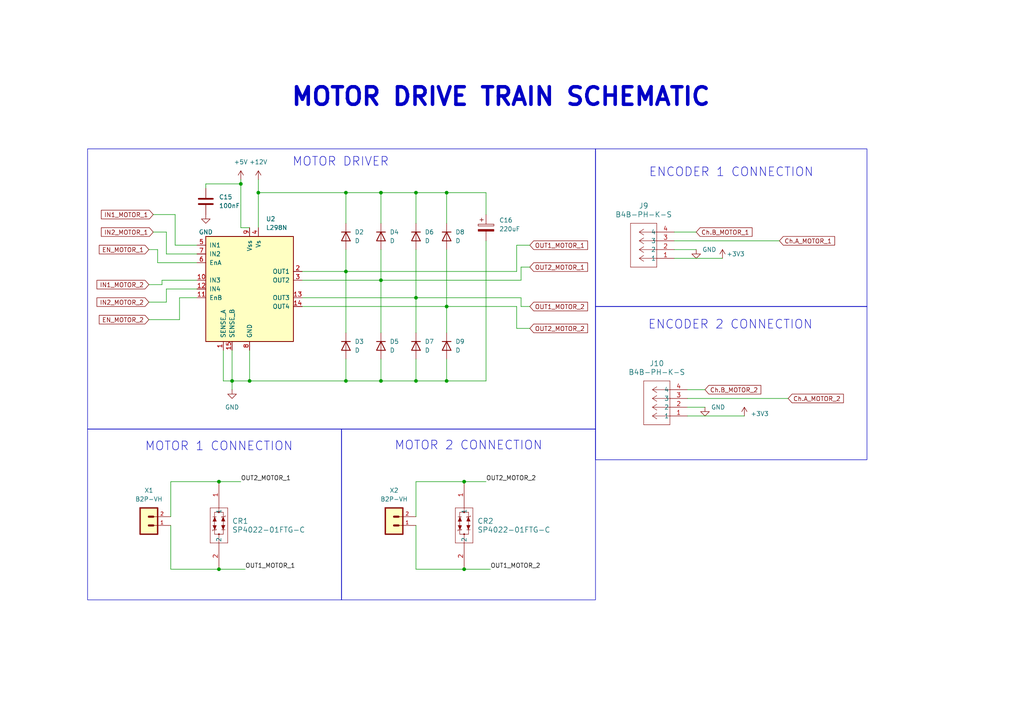
<source format=kicad_sch>
(kicad_sch (version 20231120) (generator "eeschema") (generator_version "8.0")
  (paper "A4")
  (lib_symbols
    (symbol "B2P-VH:B2P-VH" (pin_names (offset 1.016))
      (property "Reference" "X" (at -1.27 3.302 0))
      (property "Value" "B2P-VH" (at -1.27 -7.62 0))
      (symbol "B2P-VH_0_0"
        (rectangle (start -1.27 -5.08) (end 3.81 2.54) (stroke (width 0.4064)) (fill (type background)))
        (polyline (pts (xy 1.27 -2.54) (xy 2.54 -2.54)) (stroke (width 0.6096)))
        (polyline (pts (xy 1.27 0) (xy 2.54 0)) (stroke (width 0.6096)))
        (pin passive line (at 7.62 -2.54 180) (length 5.08) (name "~") (number "1"))
        (pin passive line (at 7.62 0 180) (length 5.08) (name "~") (number "2"))
      )
    )
    (symbol "B4B_PH_K_S:B4B-PH-K-S" (pin_names (offset 0.254))
      (property "Reference" "J" (at 8.89 6.35 0))
      (property "Value" "B4B-PH-K-S" (at 0 0 0))
      (symbol "B4B-PH-K-S_1_1"
        (polyline (pts (xy 5.08 -10.16) (xy 12.7 -10.16)) (stroke (width 0.127)))
        (polyline (pts (xy 5.08 2.54) (xy 5.08 -10.16)) (stroke (width 0.127)))
        (polyline (pts (xy 10.16 -7.62) (xy 5.08 -7.62)) (stroke (width 0.127)))
        (polyline (pts (xy 10.16 -7.62) (xy 8.89 -8.4667)) (stroke (width 0.127)))
        (polyline (pts (xy 10.16 -7.62) (xy 8.89 -6.7733)) (stroke (width 0.127)))
        (polyline (pts (xy 10.16 -5.08) (xy 5.08 -5.08)) (stroke (width 0.127)))
        (polyline (pts (xy 10.16 -5.08) (xy 8.89 -5.9267)) (stroke (width 0.127)))
        (polyline (pts (xy 10.16 -5.08) (xy 8.89 -4.2333)) (stroke (width 0.127)))
        (polyline (pts (xy 10.16 -2.54) (xy 5.08 -2.54)) (stroke (width 0.127)))
        (polyline (pts (xy 10.16 -2.54) (xy 8.89 -3.3867)) (stroke (width 0.127)))
        (polyline (pts (xy 10.16 -2.54) (xy 8.89 -1.6933)) (stroke (width 0.127)))
        (polyline (pts (xy 10.16 0) (xy 5.08 0)) (stroke (width 0.127)))
        (polyline (pts (xy 10.16 0) (xy 8.89 -0.8467)) (stroke (width 0.127)))
        (polyline (pts (xy 10.16 0) (xy 8.89 0.8467)) (stroke (width 0.127)))
        (polyline (pts (xy 12.7 -10.16) (xy 12.7 2.54)) (stroke (width 0.127)))
        (polyline (pts (xy 12.7 2.54) (xy 5.08 2.54)) (stroke (width 0.127)))
        (pin unspecified line (at 0 0 0) (length 5.08) (name "1") (number "1"))
        (pin unspecified line (at 0 -2.54 0) (length 5.08) (name "2") (number "2"))
        (pin unspecified line (at 0 -5.08 0) (length 5.08) (name "3") (number "3"))
        (pin unspecified line (at 0 -7.62 0) (length 5.08) (name "4") (number "4"))
      )
      (symbol "B4B-PH-K-S_1_2"
        (polyline (pts (xy 5.08 -10.16) (xy 12.7 -10.16)) (stroke (width 0.127)))
        (polyline (pts (xy 5.08 2.54) (xy 5.08 -10.16)) (stroke (width 0.127)))
        (polyline (pts (xy 7.62 -7.62) (xy 5.08 -7.62)) (stroke (width 0.127)))
        (polyline (pts (xy 7.62 -7.62) (xy 8.89 -8.4667)) (stroke (width 0.127)))
        (polyline (pts (xy 7.62 -7.62) (xy 8.89 -6.7733)) (stroke (width 0.127)))
        (polyline (pts (xy 7.62 -5.08) (xy 5.08 -5.08)) (stroke (width 0.127)))
        (polyline (pts (xy 7.62 -5.08) (xy 8.89 -5.9267)) (stroke (width 0.127)))
        (polyline (pts (xy 7.62 -5.08) (xy 8.89 -4.2333)) (stroke (width 0.127)))
        (polyline (pts (xy 7.62 -2.54) (xy 5.08 -2.54)) (stroke (width 0.127)))
        (polyline (pts (xy 7.62 -2.54) (xy 8.89 -3.3867)) (stroke (width 0.127)))
        (polyline (pts (xy 7.62 -2.54) (xy 8.89 -1.6933)) (stroke (width 0.127)))
        (polyline (pts (xy 7.62 0) (xy 5.08 0)) (stroke (width 0.127)))
        (polyline (pts (xy 7.62 0) (xy 8.89 -0.8467)) (stroke (width 0.127)))
        (polyline (pts (xy 7.62 0) (xy 8.89 0.8467)) (stroke (width 0.127)))
        (polyline (pts (xy 12.7 -10.16) (xy 12.7 2.54)) (stroke (width 0.127)))
        (polyline (pts (xy 12.7 2.54) (xy 5.08 2.54)) (stroke (width 0.127)))
        (pin unspecified line (at 0 0 0) (length 5.08) (name "1") (number "1"))
        (pin unspecified line (at 0 -2.54 0) (length 5.08) (name "2") (number "2"))
        (pin unspecified line (at 0 -5.08 0) (length 5.08) (name "3") (number "3"))
        (pin unspecified line (at 0 -7.62 0) (length 5.08) (name "4") (number "4"))
      )
    )
    (symbol "Device:C" (pin_numbers hide) (pin_names (offset 0.254))
      (property "Reference" "C" (at 0.635 2.54 0))
      (property "Value" "C" (at 0.635 -2.54 0))
      (symbol "C_0_1"
        (polyline (pts (xy -2.032 -0.762) (xy 2.032 -0.762)) (stroke (width 0.508)))
        (polyline (pts (xy -2.032 0.762) (xy 2.032 0.762)) (stroke (width 0.508)))
      )
      (symbol "C_1_1"
        (pin passive line (at 0 3.81 270) (length 2.794) (name "~") (number "1"))
        (pin passive line (at 0 -3.81 90) (length 2.794) (name "~") (number "2"))
      )
    )
    (symbol "Device:C_Polarized" (pin_numbers hide) (pin_names (offset 0.254))
      (property "Reference" "C" (at 0.635 2.54 0))
      (property "Value" "C_Polarized" (at 0.635 -2.54 0))
      (symbol "C_Polarized_0_1"
        (rectangle (start -2.286 0.508) (end 2.286 1.016))
        (polyline (pts (xy -1.778 2.286) (xy -0.762 2.286)))
        (polyline (pts (xy -1.27 2.794) (xy -1.27 1.778)))
        (rectangle (start 2.286 -0.508) (end -2.286 -1.016) (fill (type outline)))
      )
      (symbol "C_Polarized_1_1"
        (pin passive line (at 0 3.81 270) (length 2.794) (name "~") (number "1"))
        (pin passive line (at 0 -3.81 90) (length 2.794) (name "~") (number "2"))
      )
    )
    (symbol "Device:D" (pin_numbers hide) (pin_names (offset 1.016) hide)
      (property "Reference" "D" (at 0 2.54 0))
      (property "Value" "D" (at 0 -2.54 0))
      (symbol "D_0_1"
        (polyline (pts (xy -1.27 1.27) (xy -1.27 -1.27)) (stroke (width 0.254)))
        (polyline (pts (xy 1.27 0) (xy -1.27 0)))
        (polyline (pts (xy 1.27 1.27) (xy 1.27 -1.27) (xy -1.27 0) (xy 1.27 1.27)) (stroke (width 0.254)))
      )
      (symbol "D_1_1"
        (pin passive line (at -3.81 0 0) (length 2.54) (name "K") (number "1"))
        (pin passive line (at 3.81 0 180) (length 2.54) (name "A") (number "2"))
      )
    )
    (symbol "Driver_Motor:L298N" (pin_names (offset 1.016))
      (property "Reference" "U" (at -10.16 16.51 0))
      (property "Value" "L298N" (at 12.7 16.51 0))
      (symbol "L298N_0_1"
        (rectangle (start -12.7 15.24) (end 12.7 -15.24) (stroke (width 0.254)) (fill (type background)))
      )
      (symbol "L298N_1_1"
        (pin power_in line (at -7.62 -17.78 90) (length 2.54) (name "SENSE_A") (number "1"))
        (pin input line (at -15.24 2.54 0) (length 2.54) (name "IN3") (number "10"))
        (pin input line (at -15.24 -2.54 0) (length 2.54) (name "EnB") (number "11"))
        (pin input line (at -15.24 0 0) (length 2.54) (name "IN4") (number "12"))
        (pin output line (at 15.24 -2.54 180) (length 2.54) (name "OUT3") (number "13"))
        (pin output line (at 15.24 -5.08 180) (length 2.54) (name "OUT4") (number "14"))
        (pin power_in line (at -5.08 -17.78 90) (length 2.54) (name "SENSE_B") (number "15"))
        (pin output line (at 15.24 5.08 180) (length 2.54) (name "OUT1") (number "2"))
        (pin output line (at 15.24 2.54 180) (length 2.54) (name "OUT2") (number "3"))
        (pin power_in line (at 2.54 17.78 270) (length 2.54) (name "Vs") (number "4"))
        (pin input line (at -15.24 12.7 0) (length 2.54) (name "IN1") (number "5"))
        (pin input line (at -15.24 7.62 0) (length 2.54) (name "EnA") (number "6"))
        (pin input line (at -15.24 10.16 0) (length 2.54) (name "IN2") (number "7"))
        (pin power_in line (at 0 -17.78 90) (length 2.54) (name "GND") (number "8"))
        (pin power_in line (at 0 17.78 270) (length 2.54) (name "Vss") (number "9"))
      )
    )
    (symbol "SP4022_01FTG_C:SP4022-01FTG-C" (pin_names (offset 0.254))
      (property "Reference" "CR" (at 12.7 7.62 0))
      (property "Value" "SP4022-01FTG-C" (at 12.7 5.08 0))
      (symbol "SP4022-01FTG-C_1_1"
        (polyline (pts (xy 7.62 -2.54) (xy 17.78 -2.54)) (stroke (width 0.127)))
        (polyline (pts (xy 7.62 2.54) (xy 7.62 -2.54)) (stroke (width 0.127)))
        (polyline (pts (xy 8.89 -1.27) (xy 10.2362 -1.2954)) (stroke (width 0.127)))
        (polyline (pts (xy 8.89 0) (xy 7.62 0)) (stroke (width 0.127)))
        (polyline (pts (xy 8.89 1.27) (xy 8.89 -1.27)) (stroke (width 0.127)))
        (polyline (pts (xy 8.89 1.27) (xy 10.16 1.27)) (stroke (width 0.127)))
        (polyline (pts (xy 9.9568 1.778) (xy 9.8552 1.778)) (stroke (width 0.127)))
        (polyline (pts (xy 10.16 0.762) (xy 10.414 0.762)) (stroke (width 0.127)))
        (polyline (pts (xy 10.16 1.778) (xy 9.9568 1.778)) (stroke (width 0.127)))
        (polyline (pts (xy 10.16 1.778) (xy 10.16 0.762)) (stroke (width 0.127)))
        (polyline (pts (xy 10.2108 -1.778) (xy 10.2108 -0.762)) (stroke (width 0.127)))
        (polyline (pts (xy 11.43 1.27) (xy 12.7 1.27)) (stroke (width 0.127)))
        (polyline (pts (xy 12.6492 -1.2954) (xy 11.3792 -1.2954)) (stroke (width 0.127)))
        (polyline (pts (xy 12.7 -1.27) (xy 15.24 -1.27)) (stroke (width 0.127)))
        (polyline (pts (xy 13.97 1.27) (xy 15.24 1.27)) (stroke (width 0.127)))
        (polyline (pts (xy 13.97 1.778) (xy 13.97 0.762)) (stroke (width 0.127)))
        (polyline (pts (xy 13.9954 -1.778) (xy 13.9954 -0.762)) (stroke (width 0.127)))
        (polyline (pts (xy 13.9954 -1.778) (xy 14.1986 -1.778)) (stroke (width 0.127)))
        (polyline (pts (xy 13.9954 -0.762) (xy 13.7414 -0.762)) (stroke (width 0.127)))
        (polyline (pts (xy 14.1986 -1.778) (xy 14.3002 -1.778)) (stroke (width 0.127)))
        (polyline (pts (xy 15.24 0) (xy 17.78 0)) (stroke (width 0.127)))
        (polyline (pts (xy 15.24 1.27) (xy 15.24 -1.27)) (stroke (width 0.127)))
        (polyline (pts (xy 17.78 -2.54) (xy 17.78 2.54)) (stroke (width 0.127)))
        (polyline (pts (xy 17.78 2.54) (xy 7.62 2.54)) (stroke (width 0.127)))
        (polyline (pts (xy 10.16 1.27) (xy 11.43 0.762) (xy 11.43 1.778)) (fill (type outline)))
        (polyline (pts (xy 10.2108 -1.27) (xy 11.4808 -0.762) (xy 11.4808 -1.778)) (fill (type outline)))
        (polyline (pts (xy 13.97 1.27) (xy 12.7 0.762) (xy 12.7 1.778)) (fill (type outline)))
        (polyline (pts (xy 13.9954 -1.27) (xy 12.7254 -0.762) (xy 12.7254 -1.778)) (fill (type outline)))
        (circle (center 8.89 0) (radius 0.127) (stroke (width 0.254)))
        (circle (center 15.24 0) (radius 0.127) (stroke (width 0.254)))
        (pin unspecified line (at 0 0 0) (length 7.62) (name "1") (number "1"))
        (pin unspecified line (at 25.4 0 180) (length 7.62) (name "2") (number "2"))
      )
    )
    (symbol "power:+12V" (power) (pin_numbers hide) (pin_names (offset 0) hide)
      (property "Value" "+12V" (at 0 3.556 0))
      (symbol "+12V_0_1"
        (polyline (pts (xy -0.762 1.27) (xy 0 2.54)))
        (polyline (pts (xy 0 0) (xy 0 2.54)))
        (polyline (pts (xy 0 2.54) (xy 0.762 1.27)))
      )
      (symbol "+12V_1_1"
        (pin power_in line (at 0 0 90) (length 0) (name "~") (number "1"))
      )
    )
    (symbol "power:+3V3" (power) (pin_names (offset 0))
      (property "Value" "+3V3" (at 0 3.556 0))
      (symbol "+3V3_0_1"
        (polyline (pts (xy -0.762 1.27) (xy 0 2.54)))
        (polyline (pts (xy 0 0) (xy 0 2.54)))
        (polyline (pts (xy 0 2.54) (xy 0.762 1.27)))
      )
      (symbol "+3V3_1_1"
        (pin power_in line (at 0 0 90) (length 0) hide (name "+3V3") (number "1"))
      )
    )
    (symbol "power:+5V" (power) (pin_numbers hide) (pin_names (offset 0) hide)
      (property "Value" "+5V" (at 0 3.556 0))
      (symbol "+5V_0_1"
        (polyline (pts (xy -0.762 1.27) (xy 0 2.54)))
        (polyline (pts (xy 0 0) (xy 0 2.54)))
        (polyline (pts (xy 0 2.54) (xy 0.762 1.27)))
      )
      (symbol "+5V_1_1"
        (pin power_in line (at 0 0 90) (length 0) (name "~") (number "1"))
      )
    )
    (symbol "power:GND" (power) (pin_numbers hide) (pin_names (offset 0) hide)
      (property "Value" "GND" (at 0 -3.81 0))
      (symbol "GND_0_1"
        (polyline (pts (xy 0 0) (xy 0 -1.27) (xy 1.27 -1.27) (xy 0 -2.54) (xy -1.27 -1.27) (xy 0 -1.27)))
      )
      (symbol "GND_1_1"
        (pin power_in line (at 0 0 270) (length 0) (name "~") (number "1"))
      )
    )
  )
  (junction (at 110.49 81.28))
  (junction (at 100.33 78.74))
  (junction (at 72.39 110.49))
  (junction (at 129.54 88.9))
  (junction (at 110.49 55.88))
  (junction (at 69.85 53.34))
  (junction (at 63.5 139.7))
  (junction (at 129.54 55.88))
  (junction (at 120.65 110.49))
  (junction (at 63.5 165.1))
  (junction (at 120.65 86.36))
  (junction (at 110.49 110.49))
  (junction (at 67.31 110.49))
  (junction (at 100.33 110.49))
  (junction (at 134.62 165.1))
  (junction (at 120.65 55.88))
  (junction (at 100.33 55.88))
  (junction (at 74.93 55.88))
  (junction (at 129.54 110.49))
  (junction (at 134.62 139.7))
  (wire (pts (xy 110.49 81.28) (xy 151.13 81.28)))
  (wire (pts (xy 100.33 110.49) (xy 110.49 110.49)))
  (wire (pts (xy 74.93 52.07) (xy 74.93 55.88)))
  (wire (pts (xy 67.31 101.6) (xy 67.31 110.49)))
  (wire (pts (xy 151.13 88.9) (xy 153.67 88.9)))
  (wire (pts (xy 129.54 88.9) (xy 129.54 96.52)))
  (wire (pts (xy 43.18 82.55) (xy 46.99 82.55)))
  (wire (pts (xy 46.99 82.55) (xy 46.99 81.28)))
  (wire (pts (xy 110.49 110.49) (xy 120.65 110.49)))
  (wire (pts (xy 52.07 92.71) (xy 52.07 86.36)))
  (wire (pts (xy 199.39 113.03) (xy 204.47 113.03)))
  (wire (pts (xy 100.33 55.88) (xy 100.33 64.77)))
  (wire (pts (xy 67.31 113.03) (xy 67.31 110.49)))
  (wire (pts (xy 110.49 55.88) (xy 110.49 64.77)))
  (wire (pts (xy 72.39 110.49) (xy 100.33 110.49)))
  (wire (pts (xy 43.18 72.39) (xy 45.72 72.39)))
  (wire (pts (xy 149.86 78.74) (xy 149.86 71.12)))
  (wire (pts (xy 44.45 62.23) (xy 50.8 62.23)))
  (wire (pts (xy 63.5 139.7) (xy 69.85 139.7)))
  (wire (pts (xy 199.39 118.11) (xy 204.47 118.11)))
  (wire (pts (xy 43.18 87.63) (xy 48.26 87.63)))
  (wire (pts (xy 120.65 55.88) (xy 129.54 55.88)))
  (wire (pts (xy 49.53 139.7) (xy 63.5 139.7)))
  (wire (pts (xy 100.33 55.88) (xy 110.49 55.88)))
  (wire (pts (xy 199.39 120.65) (xy 215.9 120.65)))
  (wire (pts (xy 120.65 86.36) (xy 151.13 86.36)))
  (wire (pts (xy 151.13 77.47) (xy 153.67 77.47)))
  (wire (pts (xy 151.13 81.28) (xy 151.13 77.47)))
  (wire (pts (xy 69.85 66.04) (xy 72.39 66.04)))
  (wire (pts (xy 199.39 115.57) (xy 228.6 115.57)))
  (wire (pts (xy 46.99 81.28) (xy 57.15 81.28)))
  (wire (pts (xy 52.07 86.36) (xy 57.15 86.36)))
  (wire (pts (xy 67.31 110.49) (xy 72.39 110.49)))
  (wire (pts (xy 72.39 101.6) (xy 72.39 110.49)))
  (wire (pts (xy 49.53 165.1) (xy 63.5 165.1)))
  (wire (pts (xy 87.63 81.28) (xy 110.49 81.28)))
  (wire (pts (xy 120.65 110.49) (xy 120.65 104.14)))
  (wire (pts (xy 129.54 110.49) (xy 129.54 104.14)))
  (wire (pts (xy 50.8 71.12) (xy 57.15 71.12)))
  (wire (pts (xy 64.77 110.49) (xy 67.31 110.49)))
  (wire (pts (xy 195.58 72.39) (xy 201.93 72.39)))
  (wire (pts (xy 48.26 87.63) (xy 48.26 83.82)))
  (wire (pts (xy 120.65 165.1) (xy 120.65 152.4)))
  (wire (pts (xy 151.13 86.36) (xy 151.13 88.9)))
  (wire (pts (xy 87.63 88.9) (xy 129.54 88.9)))
  (wire (pts (xy 50.8 62.23) (xy 50.8 71.12)))
  (wire (pts (xy 45.72 76.2) (xy 57.15 76.2)))
  (wire (pts (xy 120.65 72.39) (xy 120.65 86.36)))
  (wire (pts (xy 100.33 72.39) (xy 100.33 78.74)))
  (wire (pts (xy 48.26 73.66) (xy 57.15 73.66)))
  (wire (pts (xy 149.86 71.12) (xy 153.67 71.12)))
  (wire (pts (xy 110.49 72.39) (xy 110.49 81.28)))
  (wire (pts (xy 100.33 78.74) (xy 149.86 78.74)))
  (wire (pts (xy 110.49 81.28) (xy 110.49 96.52)))
  (wire (pts (xy 134.62 139.7) (xy 140.97 139.7)))
  (wire (pts (xy 64.77 101.6) (xy 64.77 110.49)))
  (wire (pts (xy 129.54 72.39) (xy 129.54 88.9)))
  (wire (pts (xy 49.53 165.1) (xy 49.53 152.4)))
  (wire (pts (xy 59.69 53.34) (xy 69.85 53.34)))
  (wire (pts (xy 149.86 95.25) (xy 153.67 95.25)))
  (wire (pts (xy 120.65 55.88) (xy 120.65 64.77)))
  (wire (pts (xy 120.65 110.49) (xy 129.54 110.49)))
  (wire (pts (xy 129.54 88.9) (xy 149.86 88.9)))
  (wire (pts (xy 129.54 55.88) (xy 129.54 64.77)))
  (wire (pts (xy 43.18 92.71) (xy 52.07 92.71)))
  (wire (pts (xy 149.86 88.9) (xy 149.86 95.25)))
  (wire (pts (xy 45.72 72.39) (xy 45.72 76.2)))
  (wire (pts (xy 87.63 86.36) (xy 120.65 86.36)))
  (wire (pts (xy 48.26 67.31) (xy 48.26 73.66)))
  (wire (pts (xy 195.58 74.93) (xy 209.55 74.93)))
  (wire (pts (xy 44.45 67.31) (xy 48.26 67.31)))
  (wire (pts (xy 63.5 165.1) (xy 71.12 165.1)))
  (wire (pts (xy 140.97 69.85) (xy 140.97 110.49)))
  (wire (pts (xy 100.33 78.74) (xy 100.33 96.52)))
  (wire (pts (xy 48.26 83.82) (xy 57.15 83.82)))
  (wire (pts (xy 59.69 54.61) (xy 59.69 53.34)))
  (wire (pts (xy 120.65 86.36) (xy 120.65 96.52)))
  (wire (pts (xy 74.93 55.88) (xy 100.33 55.88)))
  (wire (pts (xy 74.93 55.88) (xy 74.93 66.04)))
  (wire (pts (xy 129.54 55.88) (xy 140.97 55.88)))
  (wire (pts (xy 140.97 110.49) (xy 129.54 110.49)))
  (wire (pts (xy 195.58 67.31) (xy 201.93 67.31)))
  (wire (pts (xy 110.49 110.49) (xy 110.49 104.14)))
  (wire (pts (xy 100.33 110.49) (xy 100.33 104.14)))
  (wire (pts (xy 69.85 52.07) (xy 69.85 53.34)))
  (wire (pts (xy 120.65 165.1) (xy 134.62 165.1)))
  (wire (pts (xy 69.85 53.34) (xy 69.85 66.04)))
  (wire (pts (xy 120.65 139.7) (xy 134.62 139.7)))
  (wire (pts (xy 134.62 165.1) (xy 142.24 165.1)))
  (wire (pts (xy 195.58 69.85) (xy 226.06 69.85)))
  (wire (pts (xy 49.53 139.7) (xy 49.53 149.86)))
  (wire (pts (xy 120.65 139.7) (xy 120.65 149.86)))
  (wire (pts (xy 87.63 78.74) (xy 100.33 78.74)))
  (wire (pts (xy 140.97 55.88) (xy 140.97 62.23)))
  (wire (pts (xy 110.49 55.88) (xy 120.65 55.88)))
  (rectangle (start 25.4 43.18) (end 172.72 124.46))
  (rectangle (start 99.06 124.46) (end 172.72 173.99))
  (rectangle (start 25.4 124.46) (end 99.06 173.99))
  (text_box "" (at 172.72 43.18 0) (size 78.74 45.72) (effects (font (size 1.27 1.27)) (justify left top)))
  (text_box "" (at 172.72 88.9 0) (size 78.74 44.45) (effects (font (size 1.27 1.27)) (justify left top)))
  (text "MOTOR 2 CONNECTION" (at 135.89 129.286 0) (effects (font (size 2.54 2.54))))
  (text "MOTOR 1 CONNECTION" (at 63.5 129.54 0) (effects (font (size 2.54 2.54))))
  (text "MOTOR DRIVER" (at 98.806 46.99 0) (effects (font (size 2.54 2.54))))
  (text "ENCODER 1 CONNECTION" (at 212.09 50.038 0) (effects (font (size 2.54 2.54))))
  (text "ENCODER 2 CONNECTION" (at 211.836 94.234 0) (effects (font (size 2.54 2.54))))
  (text "MOTOR DRIVE TRAIN SCHEMATIC" (at 145.288 28.194 0) (effects (font (size 5.08 5.08) (thickness 1.016) (bold yes))))
  (label "OUT2_MOTOR_2" (at 140.97 139.7 0))
  (label "OUT1_MOTOR_2" (at 142.24 165.1 0))
  (label "OUT2_MOTOR_1" (at 69.85 139.7 0))
  (label "OUT1_MOTOR_1" (at 71.12 165.1 0))
  (global_label "IN1_MOTOR_1" (shape input) (at 44.45 62.23 180) (property "Intersheetrefs" "${INTERSHEET_REFS}" (effects (hide yes))))
  (global_label "Ch.A_MOTOR_1" (shape input) (at 226.06 69.85 0) (property "Intersheetrefs" "${INTERSHEET_REFS}" (effects (hide yes))))
  (global_label "OUT1_MOTOR_1" (shape input) (at 153.67 71.12 0) (property "Intersheetrefs" "${INTERSHEET_REFS}" (effects (hide yes))))
  (global_label "OUT2_MOTOR_2" (shape input) (at 153.67 95.25 0) (property "Intersheetrefs" "${INTERSHEET_REFS}" (effects (hide yes))))
  (global_label "Ch.A_MOTOR_2" (shape input) (at 228.6 115.57 0) (property "Intersheetrefs" "${INTERSHEET_REFS}" (effects (hide yes))))
  (global_label "IN2_MOTOR_1" (shape input) (at 44.45 67.31 180) (property "Intersheetrefs" "${INTERSHEET_REFS}" (effects (hide yes))))
  (global_label "Ch.B_MOTOR_2" (shape input) (at 204.47 113.03 0) (property "Intersheetrefs" "${INTERSHEET_REFS}" (effects (hide yes))))
  (global_label "IN2_MOTOR_2" (shape input) (at 43.18 87.63 180) (property "Intersheetrefs" "${INTERSHEET_REFS}" (effects (hide yes))))
  (global_label "EN_MOTOR_1" (shape input) (at 43.18 72.39 180) (property "Intersheetrefs" "${INTERSHEET_REFS}" (effects (hide yes))))
  (global_label "Ch.B_MOTOR_1" (shape input) (at 201.93 67.31 0) (property "Intersheetrefs" "${INTERSHEET_REFS}" (effects (hide yes))))
  (global_label "OUT2_MOTOR_1" (shape input) (at 153.67 77.47 0) (property "Intersheetrefs" "${INTERSHEET_REFS}" (effects (hide yes))))
  (global_label "EN_MOTOR_2" (shape input) (at 43.18 92.71 180) (property "Intersheetrefs" "${INTERSHEET_REFS}" (effects (hide yes))))
  (global_label "OUT1_MOTOR_2" (shape input) (at 153.67 88.9 0) (property "Intersheetrefs" "${INTERSHEET_REFS}" (effects (hide yes))))
  (global_label "IN1_MOTOR_2" (shape input) (at 43.18 82.55 180) (property "Intersheetrefs" "${INTERSHEET_REFS}" (effects (hide yes))))
  (symbol (lib_id "power:GND") (at 59.69 62.23 0) (unit 1)
    (property "Reference" "#PWR046" (effects (hide yes)))
    (property "Value" "GND" (at 59.69 67.31 0))
    (property "Description" "Power symbol creates a global label with name \"GND\" , ground" (effects (hide yes)))
  )
  (symbol (lib_id "Device:D") (at 129.54 68.58 270) (unit 1)
    (property "Reference" "D8" (at 132.08 67.3099 90) (effects (justify left)))
    (property "Value" "D" (at 132.08 69.8499 90) (effects (justify left)))
    (property "Description" "Diode" (effects (hide yes)))
    (property "Sim.Device" "D" (effects (hide yes)))
    (property "Sim.Pins" "1=K 2=A" (effects (hide yes)))
  )
  (symbol (lib_id "Device:D") (at 110.49 100.33 270) (unit 1)
    (property "Reference" "D5" (at 113.03 99.0599 90) (effects (justify left)))
    (property "Value" "D" (at 113.03 101.5999 90) (effects (justify left)))
    (property "Description" "Diode" (effects (hide yes)))
    (property "Sim.Device" "D" (effects (hide yes)))
    (property "Sim.Pins" "1=K 2=A" (effects (hide yes)))
  )
  (symbol (lib_id "Device:D") (at 110.49 68.58 270) (unit 1)
    (property "Reference" "D4" (at 113.03 67.3099 90) (effects (justify left)))
    (property "Value" "D" (at 113.03 69.8499 90) (effects (justify left)))
    (property "Description" "Diode" (effects (hide yes)))
    (property "Sim.Device" "D" (effects (hide yes)))
    (property "Sim.Pins" "1=K 2=A" (effects (hide yes)))
  )
  (symbol (lib_id "power:+12V") (at 74.93 52.07 0) (unit 1)
    (property "Reference" "#PWR047" (effects (hide yes)))
    (property "Value" "+12V" (at 74.93 46.99 0))
    (property "Description" "Power symbol creates a global label with name \"+12V\"" (effects (hide yes)))
  )
  (symbol (lib_id "B2P-VH:B2P-VH") (at 41.91 149.86 0) (unit 1)
    (property "Reference" "X1" (at 43.18 142.24 0))
    (property "Value" "B2P-VH" (at 43.18 144.78 0))
    (property "Footprint" "CSTAR-MainBoard-Footprints:B2P-VH" (effects (hide yes)))
    (property "Datasheet" "https://www.jst-mfg.com/product/pdf/eng/eVH.pdf" (effects (hide yes)))
    (property "Description" "\n2 Position Adapter Connector Receptacle, Female Sockets To Receptacle, Female Sockets 0.156 (3.96mm)\n" (effects (hide yes)))
    (property "MF" "JST Sales America Inc." (effects (hide yes)))
    (property "Package" "None" (effects (hide yes)))
    (property "Price" "None" (effects (hide yes)))
    (property "SnapEDA_Link" "https://www.snapeda.com/parts/B2P-VH/JST+Sales+America+Inc./view-part/?ref=snap" (effects (hide yes)))
    (property "MP" "B2P-VH" (effects (hide yes)))
    (property "Availability" "In Stock" (effects (hide yes)))
    (property "Check_prices" "https://www.snapeda.com/parts/B2P-VH/JST+Sales+America+Inc./view-part/?ref=eda" (effects (hide yes)))
  )
  (symbol (lib_id "B2P-VH:B2P-VH") (at 113.03 149.86 0) (unit 1)
    (property "Reference" "X2" (at 114.3 142.24 0))
    (property "Value" "B2P-VH" (at 114.3 144.78 0))
    (property "Footprint" "CSTAR-MainBoard-Footprints:B2P-VH" (effects (hide yes)))
    (property "Datasheet" "https://www.jst-mfg.com/product/pdf/eng/eVH.pdf" (effects (hide yes)))
    (property "Description" "\n2 Position Adapter Connector Receptacle, Female Sockets To Receptacle, Female Sockets 0.156 (3.96mm)\n" (effects (hide yes)))
    (property "MF" "JST Sales America Inc." (effects (hide yes)))
    (property "Package" "None" (effects (hide yes)))
    (property "Price" "None" (effects (hide yes)))
    (property "SnapEDA_Link" "https://www.snapeda.com/parts/B2P-VH/JST+Sales+America+Inc./view-part/?ref=snap" (effects (hide yes)))
    (property "MP" "B2P-VH" (effects (hide yes)))
    (property "Availability" "In Stock" (effects (hide yes)))
    (property "Check_prices" "https://www.snapeda.com/parts/B2P-VH/JST+Sales+America+Inc./view-part/?ref=eda" (effects (hide yes)))
  )
  (symbol (lib_id "Device:D") (at 129.54 100.33 270) (unit 1)
    (property "Reference" "D9" (at 132.08 99.0599 90) (effects (justify left)))
    (property "Value" "D" (at 132.08 101.5999 90) (effects (justify left)))
    (property "Description" "Diode" (effects (hide yes)))
    (property "Sim.Device" "D" (effects (hide yes)))
    (property "Sim.Pins" "1=K 2=A" (effects (hide yes)))
  )
  (symbol (lib_id "Device:C") (at 59.69 58.42 0) (unit 1)
    (property "Reference" "C15" (at 63.5 57.1499 0) (effects (justify left)))
    (property "Value" "100nF" (at 63.5 59.6899 0) (effects (justify left)))
    (property "Description" "Unpolarized capacitor" (effects (hide yes)))
  )
  (symbol (lib_id "power:+3V3") (at 215.9 120.65 0) (unit 1)
    (property "Reference" "#PWR039" (effects (hide yes)))
    (property "Value" "+3V3" (at 220.345 120.015 0))
  )
  (symbol (lib_id "Device:D") (at 100.33 68.58 270) (unit 1)
    (property "Reference" "D2" (at 102.87 67.3099 90) (effects (justify left)))
    (property "Value" "D" (at 102.87 69.8499 90) (effects (justify left)))
    (property "Description" "Diode" (effects (hide yes)))
    (property "Sim.Device" "D" (effects (hide yes)))
    (property "Sim.Pins" "1=K 2=A" (effects (hide yes)))
  )
  (symbol (lib_id "Device:D") (at 100.33 100.33 270) (unit 1)
    (property "Reference" "D3" (at 102.87 99.0599 90) (effects (justify left)))
    (property "Value" "D" (at 102.87 101.5999 90) (effects (justify left)))
    (property "Description" "Diode" (effects (hide yes)))
    (property "Sim.Device" "D" (effects (hide yes)))
    (property "Sim.Pins" "1=K 2=A" (effects (hide yes)))
  )
  (symbol (lib_id "Device:D") (at 120.65 68.58 270) (unit 1)
    (property "Reference" "D6" (at 123.19 67.3099 90) (effects (justify left)))
    (property "Value" "D" (at 123.19 69.8499 90) (effects (justify left)))
    (property "Description" "Diode" (effects (hide yes)))
    (property "Sim.Device" "D" (effects (hide yes)))
    (property "Sim.Pins" "1=K 2=A" (effects (hide yes)))
  )
  (symbol (lib_id "SP4022_01FTG_C:SP4022-01FTG-C") (at 63.5 139.7 270) (unit 1)
    (property "Reference" "CR1" (at 67.31 151.13 90) (effects (font (size 1.524 1.524)) (justify left)))
    (property "Value" "SP4022-01FTG-C" (at 67.31 153.67 90) (effects (font (size 1.524 1.524)) (justify left)))
    (property "Footprint" "CSTAR-MainBoard-Footprints:ZDO_SP4022_LTF" (effects (hide yes)))
    (property "Datasheet" "SP4022-01FTG-C" (effects (hide yes)))
  )
  (symbol (lib_id "Driver_Motor:L298N") (at 72.39 83.82 0) (unit 1)
    (property "Reference" "U2" (at 77.1241 63.5 0) (effects (justify left)))
    (property "Value" "L298N" (at 77.1241 66.04 0) (effects (justify left)))
    (property "Footprint" "Package_TO_SOT_THT:TO-220-15_P2.54x2.54mm_StaggerOdd_Lead4.58mm_Vertical" (effects (hide yes)))
    (property "Datasheet" "http://www.st.com/st-web-ui/static/active/en/resource/technical/document/datasheet/CD00000240.pdf" (effects (hide yes)))
    (property "Description" "Dual full bridge motor driver, up to 46V, 4A, Multiwatt15-V" (effects (hide yes)))
  )
  (symbol (lib_id "power:+3V3") (at 209.55 74.93 0) (unit 1)
    (property "Reference" "#PWR038" (effects (hide yes)))
    (property "Value" "+3V3" (at 213.36 73.66 0))
  )
  (symbol (lib_id "power:+5V") (at 69.85 52.07 0) (unit 1)
    (property "Reference" "#PWR035" (effects (hide yes)))
    (property "Value" "+5V" (at 69.85 46.99 0))
    (property "Description" "Power symbol creates a global label with name \"+5V\"" (effects (hide yes)))
  )
  (symbol (lib_id "Device:D") (at 120.65 100.33 270) (unit 1)
    (property "Reference" "D7" (at 123.19 99.0599 90) (effects (justify left)))
    (property "Value" "D" (at 123.19 101.5999 90) (effects (justify left)))
    (property "Description" "Diode" (effects (hide yes)))
    (property "Sim.Device" "D" (effects (hide yes)))
    (property "Sim.Pins" "1=K 2=A" (effects (hide yes)))
  )
  (symbol (lib_id "power:GND") (at 204.47 118.11 0) (unit 1)
    (property "Reference" "#PWR037" (effects (hide yes)))
    (property "Value" "GND" (at 208.28 118.11 0))
  )
  (symbol (lib_id "power:GND") (at 201.93 72.39 0) (unit 1)
    (property "Reference" "#PWR036" (effects (hide yes)))
    (property "Value" "GND" (at 205.74 72.39 0))
  )
  (symbol (lib_id "power:GND") (at 67.31 113.03 0) (unit 1)
    (property "Reference" "#PWR034" (effects (hide yes)))
    (property "Value" "GND" (at 67.31 118.11 0))
    (property "Description" "Power symbol creates a global label with name \"GND\" , ground" (effects (hide yes)))
  )
  (symbol (lib_id "Device:C_Polarized") (at 140.97 66.04 0) (unit 1)
    (property "Reference" "C16" (at 144.78 63.8809 0) (effects (justify left)))
    (property "Value" "220uF" (at 144.78 66.4209 0) (effects (justify left)))
    (property "Description" "Polarized capacitor" (effects (hide yes)))
  )
  (symbol (lib_id "SP4022_01FTG_C:SP4022-01FTG-C") (at 134.62 139.7 270) (unit 1)
    (property "Reference" "CR2" (at 138.43 151.13 90) (effects (font (size 1.524 1.524)) (justify left)))
    (property "Value" "SP4022-01FTG-C" (at 138.43 153.67 90) (effects (font (size 1.524 1.524)) (justify left)))
    (property "Footprint" "CSTAR-MainBoard-Footprints:ZDO_SP4022_LTF" (effects (hide yes)))
    (property "Datasheet" "SP4022-01FTG-C" (effects (hide yes)))
  )
  (symbol (lib_id "B4B_PH_K_S:B4B-PH-K-S") (at 195.58 74.93 180) (unit 1)
    (property "Reference" "J9" (at 186.69 59.69 0) (effects (font (size 1.524 1.524))))
    (property "Value" "B4B-PH-K-S" (at 186.69 62.23 0) (effects (font (size 1.524 1.524))))
    (property "Footprint" "CSTAR-MainBoard-Footprints:B4B_PH_K_S" (effects (hide yes)))
    (property "Datasheet" "https://www.jst-mfg.com/product/pdf/eng/ePH.pdf" (effects (hide yes)))
  )
  (symbol (lib_id "B4B_PH_K_S:B4B-PH-K-S") (at 199.39 120.65 180) (unit 1)
    (property "Reference" "J10" (at 190.5 105.41 0) (effects (font (size 1.524 1.524))))
    (property "Value" "B4B-PH-K-S" (at 190.5 107.95 0) (effects (font (size 1.524 1.524))))
    (property "Footprint" "CSTAR-MainBoard-Footprints:B4B_PH_K_S" (effects (hide yes)))
    (property "Datasheet" "https://www.jst-mfg.com/product/pdf/eng/ePH.pdf" (effects (hide yes)))
  )
)
</source>
